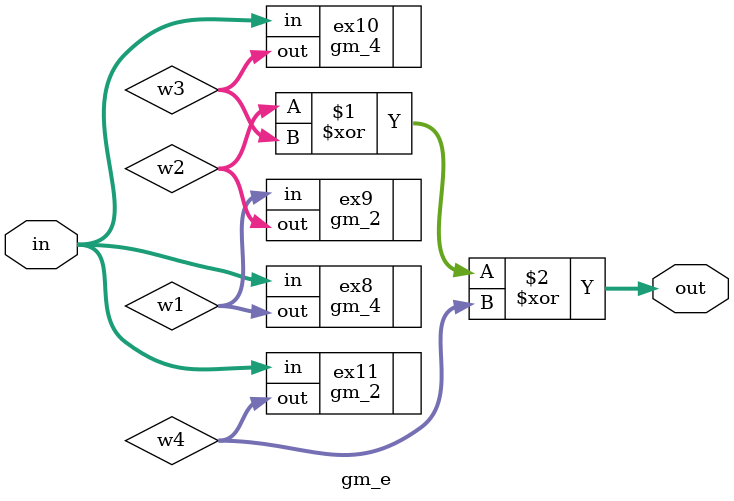
<source format=sv>
module gm_e (in, out);
	input [7:0] in;
	output [7:0] out;
	
	wire [7:0] w1, w2, w3, w4;
	
	gm_4 ex8 (
		.in (in),
		.out (w1)
	);
	
	gm_2 ex9 (
		.in (w1),
		.out (w2)
	);
	 
	gm_4 ex10 (
		.in (in),
		.out (w3)
	);
	
	gm_2 ex11 (
		.in (in),
		.out (w4)
	);
	
	assign out = w2 ^ w3 ^ w4;
	
endmodule

</source>
